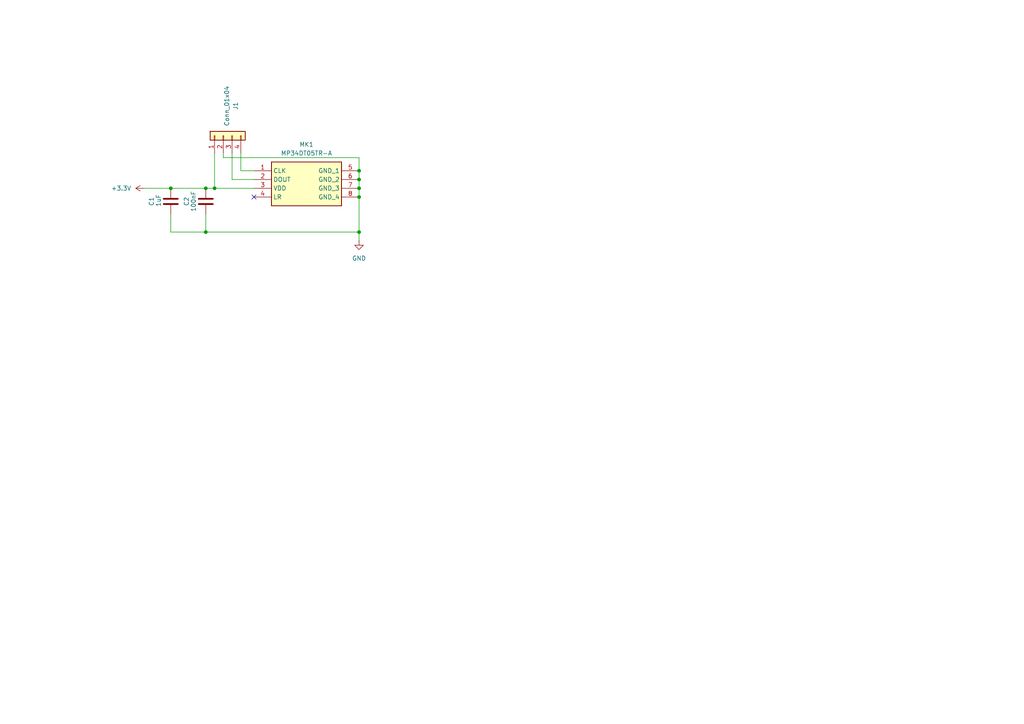
<source format=kicad_sch>
(kicad_sch (version 20231120) (generator "eeschema") (generator_version "8.0")
  (paper "A4")
  (lib_symbols
    (symbol "Connector_Generic:Conn_01x04" (pin_names (offset 1.016) hide)
      (property "Reference" "J" (at 0 5.08 0))
      (property "Value" "Conn_01x04" (at 0 -7.62 0))
      (symbol "Conn_01x04_1_1"
        (rectangle (start -1.27 -4.953) (end 0 -5.207) (stroke (width 0.1524)))
        (rectangle (start -1.27 -2.413) (end 0 -2.667) (stroke (width 0.1524)))
        (rectangle (start -1.27 0.127) (end 0 -0.127) (stroke (width 0.1524)))
        (rectangle (start -1.27 2.667) (end 0 2.413) (stroke (width 0.1524)))
        (rectangle (start -1.27 3.81) (end 1.27 -6.35) (stroke (width 0.254)) (fill (type background)))
        (pin passive line (at -5.08 2.54 0) (length 3.81) (name "Pin_1") (number "1"))
        (pin passive line (at -5.08 0 0) (length 3.81) (name "Pin_2") (number "2"))
        (pin passive line (at -5.08 -2.54 0) (length 3.81) (name "Pin_3") (number "3"))
        (pin passive line (at -5.08 -5.08 0) (length 3.81) (name "Pin_4") (number "4"))
      )
    )
    (symbol "Device:C" (pin_numbers hide) (pin_names (offset 0.254))
      (property "Reference" "C" (at 0.635 2.54 0))
      (property "Value" "C" (at 0.635 -2.54 0))
      (symbol "C_0_1"
        (polyline (pts (xy -2.032 -0.762) (xy 2.032 -0.762)) (stroke (width 0.508)))
        (polyline (pts (xy -2.032 0.762) (xy 2.032 0.762)) (stroke (width 0.508)))
      )
      (symbol "C_1_1"
        (pin passive line (at 0 3.81 270) (length 2.794) (name "~") (number "1"))
        (pin passive line (at 0 -3.81 90) (length 2.794) (name "~") (number "2"))
      )
    )
    (symbol "MP34DT05TR-A:MP34DT05TR-A"
      (property "Reference" "MK" (at 26.67 7.62 0))
      (property "Value" "MP34DT05TR-A" (at 26.67 5.08 0))
      (symbol "MP34DT05TR-A_1_1"
        (rectangle (start 5.08 2.54) (end 25.4 -10.16) (stroke (width 0.254)) (fill (type background)))
        (pin passive line (at 0 0 0) (length 5.08) (name "CLK") (number "1"))
        (pin passive line (at 0 -2.54 0) (length 5.08) (name "DOUT") (number "2"))
        (pin passive line (at 0 -5.08 0) (length 5.08) (name "VDD") (number "3"))
        (pin passive line (at 0 -7.62 0) (length 5.08) (name "LR") (number "4"))
        (pin passive line (at 30.48 0 180) (length 5.08) (name "GND_1") (number "5"))
        (pin passive line (at 30.48 -2.54 180) (length 5.08) (name "GND_2") (number "6"))
        (pin passive line (at 30.48 -5.08 180) (length 5.08) (name "GND_3") (number "7"))
        (pin passive line (at 30.48 -7.62 180) (length 5.08) (name "GND_4") (number "8"))
      )
    )
    (symbol "power:+3.3V" (power) (pin_numbers hide) (pin_names (offset 0) hide)
      (property "Value" "+3.3V" (at 0 3.556 0))
      (symbol "+3.3V_0_1"
        (polyline (pts (xy -0.762 1.27) (xy 0 2.54)))
        (polyline (pts (xy 0 0) (xy 0 2.54)))
        (polyline (pts (xy 0 2.54) (xy 0.762 1.27)))
      )
      (symbol "+3.3V_1_1"
        (pin power_in line (at 0 0 90) (length 0) (name "~") (number "1"))
      )
    )
    (symbol "power:GND" (power) (pin_numbers hide) (pin_names (offset 0) hide)
      (property "Value" "GND" (at 0 -3.81 0))
      (symbol "GND_0_1"
        (polyline (pts (xy 0 0) (xy 0 -1.27) (xy 1.27 -1.27) (xy 0 -2.54) (xy -1.27 -1.27) (xy 0 -1.27)))
      )
      (symbol "GND_1_1"
        (pin power_in line (at 0 0 270) (length 0) (name "~") (number "1"))
      )
    )
  )
  (junction (at 59.69 67.31))
  (junction (at 59.69 54.61))
  (junction (at 62.23 54.61))
  (junction (at 104.14 52.07))
  (junction (at 104.14 49.53))
  (junction (at 104.14 57.15))
  (junction (at 104.14 67.31))
  (junction (at 104.14 54.61))
  (junction (at 49.53 54.61))
  (no_connect (at 73.66 57.15))
  (wire (pts (xy 104.14 52.07) (xy 104.14 54.61)))
  (wire (pts (xy 41.91 54.61) (xy 49.53 54.61)))
  (wire (pts (xy 104.14 54.61) (xy 104.14 57.15)))
  (wire (pts (xy 62.23 54.61) (xy 73.66 54.61)))
  (wire (pts (xy 104.14 57.15) (xy 104.14 67.31)))
  (wire (pts (xy 69.85 44.45) (xy 69.85 49.53)))
  (wire (pts (xy 67.31 44.45) (xy 67.31 52.07)))
  (wire (pts (xy 104.14 45.72) (xy 104.14 49.53)))
  (wire (pts (xy 62.23 44.45) (xy 62.23 54.61)))
  (wire (pts (xy 64.77 45.72) (xy 104.14 45.72)))
  (wire (pts (xy 49.53 67.31) (xy 59.69 67.31)))
  (wire (pts (xy 59.69 54.61) (xy 62.23 54.61)))
  (wire (pts (xy 67.31 52.07) (xy 73.66 52.07)))
  (wire (pts (xy 64.77 44.45) (xy 64.77 45.72)))
  (wire (pts (xy 49.53 67.31) (xy 49.53 62.23)))
  (wire (pts (xy 59.69 67.31) (xy 104.14 67.31)))
  (wire (pts (xy 69.85 49.53) (xy 73.66 49.53)))
  (wire (pts (xy 49.53 54.61) (xy 59.69 54.61)))
  (wire (pts (xy 104.14 49.53) (xy 104.14 52.07)))
  (wire (pts (xy 104.14 67.31) (xy 104.14 69.85)))
  (wire (pts (xy 59.69 67.31) (xy 59.69 62.23)))
  (symbol (lib_id "Connector_Generic:Conn_01x04") (at 64.77 39.37 90) (unit 1)
    (property "Reference" "J1" (at 68.326 30.734 0))
    (property "Value" "Conn_01x04" (at 65.786 30.734 0))
    (property "Footprint" "Connector_PinHeader_2.54mm:PinHeader_1x04_P2.54mm_Horizontal" (effects (hide yes)))
    (property "Description" "Generic connector, single row, 01x04, script generated (kicad-library-utils/schlib/autogen/connector/)" (effects (hide yes)))
  )
  (symbol (lib_id "Device:C") (at 59.69 58.42 0) (unit 1)
    (property "Reference" "C2" (at 54.102 58.42 90))
    (property "Value" "100nF" (at 56.134 58.42 90))
    (property "Footprint" "Capacitor_SMD:C_0805_2012Metric_Pad1.18x1.45mm_HandSolder" (effects (hide yes)))
    (property "Description" "Unpolarized capacitor" (effects (hide yes)))
  )
  (symbol (lib_id "power:+3.3V") (at 41.91 54.61 90) (unit 1)
    (property "Reference" "#PWR01" (effects (hide yes)))
    (property "Value" "+3.3V" (at 38.1 54.6099 90) (effects (justify left)))
    (property "Description" "Power symbol creates a global label with name \"+3.3V\"" (effects (hide yes)))
  )
  (symbol (lib_id "MP34DT05TR-A:MP34DT05TR-A") (at 73.66 49.53 0) (unit 1)
    (property "Reference" "MK1" (at 88.9 41.91 0))
    (property "Value" "MP34DT05TR-A" (at 88.9 44.45 0))
    (property "Footprint" "MP34DT05TRA" (effects (hide yes)))
    (property "Datasheet" "http://www.st.com/content/ccc/resource/technical/document/datasheet/group3/c7/90/d3/f6/b7/e7/40/c8/DM00415595/files/DM00415595.pdf/jcr:content/translations/en.DM00415595.pdf" (effects (hide yes)))
    (property "Description" "STMICROELECTRONICS - MP34DT05TR-A - MEMS MICROPHONE, 3.6V, HCLGA-4" (effects (hide yes)))
    (property "Height" "1" (effects (hide yes)))
    (property "Mouser Part Number" "511-MP34DT05TR-A" (effects (hide yes)))
    (property "Mouser Price/Stock" "https://www.mouser.co.uk/ProductDetail/STMicroelectronics/MP34DT05TR-A?qs=BZBei1rCqCAMJfcA0UxAnA%3D%3D" (effects (hide yes)))
    (property "Manufacturer_Name" "STMicroelectronics" (effects (hide yes)))
    (property "Manufacturer_Part_Number" "MP34DT05TR-A" (effects (hide yes)))
  )
  (symbol (lib_id "Device:C") (at 49.53 58.42 180) (unit 1)
    (property "Reference" "C1" (at 43.942 58.42 90))
    (property "Value" "1uF" (at 45.974 58.166 90))
    (property "Footprint" "Capacitor_SMD:C_0805_2012Metric_Pad1.18x1.45mm_HandSolder" (effects (hide yes)))
    (property "Description" "Unpolarized capacitor" (effects (hide yes)))
  )
  (symbol (lib_id "power:GND") (at 104.14 69.85 0) (unit 1)
    (property "Reference" "#PWR02" (effects (hide yes)))
    (property "Value" "GND" (at 104.14 74.93 0))
    (property "Description" "Power symbol creates a global label with name \"GND\" , ground" (effects (hide yes)))
  )
)
</source>
